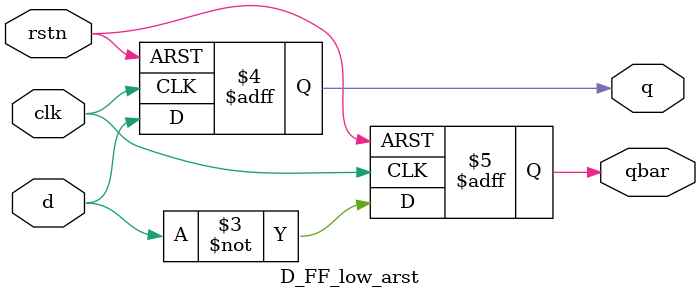
<source format=v>
module D_FF_low_arst (input d,rstn,clk, output reg q,qbar);
always @(posedge clk or negedge rstn) begin
    if (!rstn) begin
        q <= 1'b0;
        qbar <= 1'b1;
    end 
    else begin
            q <= d;
            qbar <= ~d;
        end
end
endmodule
</source>
